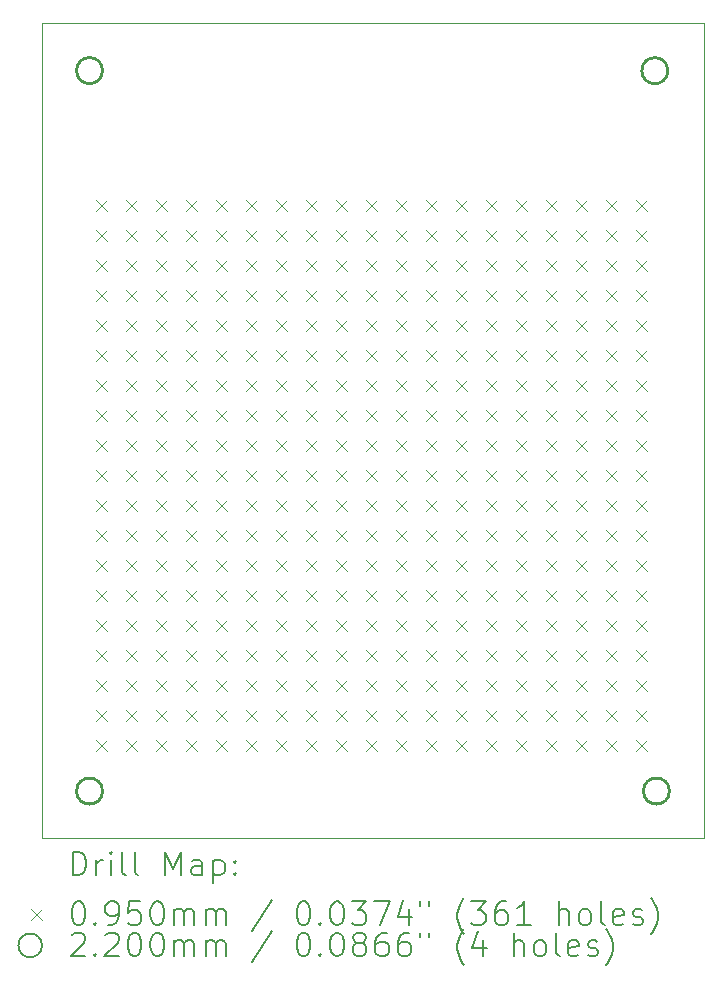
<source format=gbr>
%TF.GenerationSoftware,KiCad,Pcbnew,8.0.2*%
%TF.CreationDate,2024-08-26T09:43:16-06:00*%
%TF.ProjectId,Perfboard_0.25,50657266-626f-4617-9264-5f302e32352e,rev?*%
%TF.SameCoordinates,Original*%
%TF.FileFunction,Drillmap*%
%TF.FilePolarity,Positive*%
%FSLAX45Y45*%
G04 Gerber Fmt 4.5, Leading zero omitted, Abs format (unit mm)*
G04 Created by KiCad (PCBNEW 8.0.2) date 2024-08-26 09:43:16*
%MOMM*%
%LPD*%
G01*
G04 APERTURE LIST*
%ADD10C,0.050000*%
%ADD11C,0.200000*%
%ADD12C,0.100000*%
%ADD13C,0.220000*%
G04 APERTURE END LIST*
D10*
X12200000Y-4300000D02*
X17800000Y-4300000D01*
X17800000Y-4300000D02*
X17800000Y-11200000D01*
X12200000Y-11200000D02*
X12200000Y-4300000D01*
X17800000Y-11200000D02*
X12200000Y-11200000D01*
D11*
D12*
X12652500Y-5794500D02*
X12747500Y-5889500D01*
X12747500Y-5794500D02*
X12652500Y-5889500D01*
X12652500Y-6048500D02*
X12747500Y-6143500D01*
X12747500Y-6048500D02*
X12652500Y-6143500D01*
X12652500Y-6302500D02*
X12747500Y-6397500D01*
X12747500Y-6302500D02*
X12652500Y-6397500D01*
X12652500Y-6556500D02*
X12747500Y-6651500D01*
X12747500Y-6556500D02*
X12652500Y-6651500D01*
X12652500Y-6810500D02*
X12747500Y-6905500D01*
X12747500Y-6810500D02*
X12652500Y-6905500D01*
X12652500Y-7064500D02*
X12747500Y-7159500D01*
X12747500Y-7064500D02*
X12652500Y-7159500D01*
X12652500Y-7318500D02*
X12747500Y-7413500D01*
X12747500Y-7318500D02*
X12652500Y-7413500D01*
X12652500Y-7572500D02*
X12747500Y-7667500D01*
X12747500Y-7572500D02*
X12652500Y-7667500D01*
X12652500Y-7826500D02*
X12747500Y-7921500D01*
X12747500Y-7826500D02*
X12652500Y-7921500D01*
X12652500Y-8080500D02*
X12747500Y-8175500D01*
X12747500Y-8080500D02*
X12652500Y-8175500D01*
X12652500Y-8334500D02*
X12747500Y-8429500D01*
X12747500Y-8334500D02*
X12652500Y-8429500D01*
X12652500Y-8588500D02*
X12747500Y-8683500D01*
X12747500Y-8588500D02*
X12652500Y-8683500D01*
X12652500Y-8842500D02*
X12747500Y-8937500D01*
X12747500Y-8842500D02*
X12652500Y-8937500D01*
X12652500Y-9096500D02*
X12747500Y-9191500D01*
X12747500Y-9096500D02*
X12652500Y-9191500D01*
X12652500Y-9350500D02*
X12747500Y-9445500D01*
X12747500Y-9350500D02*
X12652500Y-9445500D01*
X12652500Y-9604500D02*
X12747500Y-9699500D01*
X12747500Y-9604500D02*
X12652500Y-9699500D01*
X12652500Y-9858500D02*
X12747500Y-9953500D01*
X12747500Y-9858500D02*
X12652500Y-9953500D01*
X12652500Y-10112500D02*
X12747500Y-10207500D01*
X12747500Y-10112500D02*
X12652500Y-10207500D01*
X12652500Y-10366500D02*
X12747500Y-10461500D01*
X12747500Y-10366500D02*
X12652500Y-10461500D01*
X12906500Y-5794500D02*
X13001500Y-5889500D01*
X13001500Y-5794500D02*
X12906500Y-5889500D01*
X12906500Y-6048500D02*
X13001500Y-6143500D01*
X13001500Y-6048500D02*
X12906500Y-6143500D01*
X12906500Y-6302500D02*
X13001500Y-6397500D01*
X13001500Y-6302500D02*
X12906500Y-6397500D01*
X12906500Y-6556500D02*
X13001500Y-6651500D01*
X13001500Y-6556500D02*
X12906500Y-6651500D01*
X12906500Y-6810500D02*
X13001500Y-6905500D01*
X13001500Y-6810500D02*
X12906500Y-6905500D01*
X12906500Y-7064500D02*
X13001500Y-7159500D01*
X13001500Y-7064500D02*
X12906500Y-7159500D01*
X12906500Y-7318500D02*
X13001500Y-7413500D01*
X13001500Y-7318500D02*
X12906500Y-7413500D01*
X12906500Y-7572500D02*
X13001500Y-7667500D01*
X13001500Y-7572500D02*
X12906500Y-7667500D01*
X12906500Y-7826500D02*
X13001500Y-7921500D01*
X13001500Y-7826500D02*
X12906500Y-7921500D01*
X12906500Y-8080500D02*
X13001500Y-8175500D01*
X13001500Y-8080500D02*
X12906500Y-8175500D01*
X12906500Y-8334500D02*
X13001500Y-8429500D01*
X13001500Y-8334500D02*
X12906500Y-8429500D01*
X12906500Y-8588500D02*
X13001500Y-8683500D01*
X13001500Y-8588500D02*
X12906500Y-8683500D01*
X12906500Y-8842500D02*
X13001500Y-8937500D01*
X13001500Y-8842500D02*
X12906500Y-8937500D01*
X12906500Y-9096500D02*
X13001500Y-9191500D01*
X13001500Y-9096500D02*
X12906500Y-9191500D01*
X12906500Y-9350500D02*
X13001500Y-9445500D01*
X13001500Y-9350500D02*
X12906500Y-9445500D01*
X12906500Y-9604500D02*
X13001500Y-9699500D01*
X13001500Y-9604500D02*
X12906500Y-9699500D01*
X12906500Y-9858500D02*
X13001500Y-9953500D01*
X13001500Y-9858500D02*
X12906500Y-9953500D01*
X12906500Y-10112500D02*
X13001500Y-10207500D01*
X13001500Y-10112500D02*
X12906500Y-10207500D01*
X12906500Y-10366500D02*
X13001500Y-10461500D01*
X13001500Y-10366500D02*
X12906500Y-10461500D01*
X13160500Y-5794500D02*
X13255500Y-5889500D01*
X13255500Y-5794500D02*
X13160500Y-5889500D01*
X13160500Y-6048500D02*
X13255500Y-6143500D01*
X13255500Y-6048500D02*
X13160500Y-6143500D01*
X13160500Y-6302500D02*
X13255500Y-6397500D01*
X13255500Y-6302500D02*
X13160500Y-6397500D01*
X13160500Y-6556500D02*
X13255500Y-6651500D01*
X13255500Y-6556500D02*
X13160500Y-6651500D01*
X13160500Y-6810500D02*
X13255500Y-6905500D01*
X13255500Y-6810500D02*
X13160500Y-6905500D01*
X13160500Y-7064500D02*
X13255500Y-7159500D01*
X13255500Y-7064500D02*
X13160500Y-7159500D01*
X13160500Y-7318500D02*
X13255500Y-7413500D01*
X13255500Y-7318500D02*
X13160500Y-7413500D01*
X13160500Y-7572500D02*
X13255500Y-7667500D01*
X13255500Y-7572500D02*
X13160500Y-7667500D01*
X13160500Y-7826500D02*
X13255500Y-7921500D01*
X13255500Y-7826500D02*
X13160500Y-7921500D01*
X13160500Y-8080500D02*
X13255500Y-8175500D01*
X13255500Y-8080500D02*
X13160500Y-8175500D01*
X13160500Y-8334500D02*
X13255500Y-8429500D01*
X13255500Y-8334500D02*
X13160500Y-8429500D01*
X13160500Y-8588500D02*
X13255500Y-8683500D01*
X13255500Y-8588500D02*
X13160500Y-8683500D01*
X13160500Y-8842500D02*
X13255500Y-8937500D01*
X13255500Y-8842500D02*
X13160500Y-8937500D01*
X13160500Y-9096500D02*
X13255500Y-9191500D01*
X13255500Y-9096500D02*
X13160500Y-9191500D01*
X13160500Y-9350500D02*
X13255500Y-9445500D01*
X13255500Y-9350500D02*
X13160500Y-9445500D01*
X13160500Y-9604500D02*
X13255500Y-9699500D01*
X13255500Y-9604500D02*
X13160500Y-9699500D01*
X13160500Y-9858500D02*
X13255500Y-9953500D01*
X13255500Y-9858500D02*
X13160500Y-9953500D01*
X13160500Y-10112500D02*
X13255500Y-10207500D01*
X13255500Y-10112500D02*
X13160500Y-10207500D01*
X13160500Y-10366500D02*
X13255500Y-10461500D01*
X13255500Y-10366500D02*
X13160500Y-10461500D01*
X13414500Y-5794500D02*
X13509500Y-5889500D01*
X13509500Y-5794500D02*
X13414500Y-5889500D01*
X13414500Y-6048500D02*
X13509500Y-6143500D01*
X13509500Y-6048500D02*
X13414500Y-6143500D01*
X13414500Y-6302500D02*
X13509500Y-6397500D01*
X13509500Y-6302500D02*
X13414500Y-6397500D01*
X13414500Y-6556500D02*
X13509500Y-6651500D01*
X13509500Y-6556500D02*
X13414500Y-6651500D01*
X13414500Y-6810500D02*
X13509500Y-6905500D01*
X13509500Y-6810500D02*
X13414500Y-6905500D01*
X13414500Y-7064500D02*
X13509500Y-7159500D01*
X13509500Y-7064500D02*
X13414500Y-7159500D01*
X13414500Y-7318500D02*
X13509500Y-7413500D01*
X13509500Y-7318500D02*
X13414500Y-7413500D01*
X13414500Y-7572500D02*
X13509500Y-7667500D01*
X13509500Y-7572500D02*
X13414500Y-7667500D01*
X13414500Y-7826500D02*
X13509500Y-7921500D01*
X13509500Y-7826500D02*
X13414500Y-7921500D01*
X13414500Y-8080500D02*
X13509500Y-8175500D01*
X13509500Y-8080500D02*
X13414500Y-8175500D01*
X13414500Y-8334500D02*
X13509500Y-8429500D01*
X13509500Y-8334500D02*
X13414500Y-8429500D01*
X13414500Y-8588500D02*
X13509500Y-8683500D01*
X13509500Y-8588500D02*
X13414500Y-8683500D01*
X13414500Y-8842500D02*
X13509500Y-8937500D01*
X13509500Y-8842500D02*
X13414500Y-8937500D01*
X13414500Y-9096500D02*
X13509500Y-9191500D01*
X13509500Y-9096500D02*
X13414500Y-9191500D01*
X13414500Y-9350500D02*
X13509500Y-9445500D01*
X13509500Y-9350500D02*
X13414500Y-9445500D01*
X13414500Y-9604500D02*
X13509500Y-9699500D01*
X13509500Y-9604500D02*
X13414500Y-9699500D01*
X13414500Y-9858500D02*
X13509500Y-9953500D01*
X13509500Y-9858500D02*
X13414500Y-9953500D01*
X13414500Y-10112500D02*
X13509500Y-10207500D01*
X13509500Y-10112500D02*
X13414500Y-10207500D01*
X13414500Y-10366500D02*
X13509500Y-10461500D01*
X13509500Y-10366500D02*
X13414500Y-10461500D01*
X13668500Y-5794500D02*
X13763500Y-5889500D01*
X13763500Y-5794500D02*
X13668500Y-5889500D01*
X13668500Y-6048500D02*
X13763500Y-6143500D01*
X13763500Y-6048500D02*
X13668500Y-6143500D01*
X13668500Y-6302500D02*
X13763500Y-6397500D01*
X13763500Y-6302500D02*
X13668500Y-6397500D01*
X13668500Y-6556500D02*
X13763500Y-6651500D01*
X13763500Y-6556500D02*
X13668500Y-6651500D01*
X13668500Y-6810500D02*
X13763500Y-6905500D01*
X13763500Y-6810500D02*
X13668500Y-6905500D01*
X13668500Y-7064500D02*
X13763500Y-7159500D01*
X13763500Y-7064500D02*
X13668500Y-7159500D01*
X13668500Y-7318500D02*
X13763500Y-7413500D01*
X13763500Y-7318500D02*
X13668500Y-7413500D01*
X13668500Y-7572500D02*
X13763500Y-7667500D01*
X13763500Y-7572500D02*
X13668500Y-7667500D01*
X13668500Y-7826500D02*
X13763500Y-7921500D01*
X13763500Y-7826500D02*
X13668500Y-7921500D01*
X13668500Y-8080500D02*
X13763500Y-8175500D01*
X13763500Y-8080500D02*
X13668500Y-8175500D01*
X13668500Y-8334500D02*
X13763500Y-8429500D01*
X13763500Y-8334500D02*
X13668500Y-8429500D01*
X13668500Y-8588500D02*
X13763500Y-8683500D01*
X13763500Y-8588500D02*
X13668500Y-8683500D01*
X13668500Y-8842500D02*
X13763500Y-8937500D01*
X13763500Y-8842500D02*
X13668500Y-8937500D01*
X13668500Y-9096500D02*
X13763500Y-9191500D01*
X13763500Y-9096500D02*
X13668500Y-9191500D01*
X13668500Y-9350500D02*
X13763500Y-9445500D01*
X13763500Y-9350500D02*
X13668500Y-9445500D01*
X13668500Y-9604500D02*
X13763500Y-9699500D01*
X13763500Y-9604500D02*
X13668500Y-9699500D01*
X13668500Y-9858500D02*
X13763500Y-9953500D01*
X13763500Y-9858500D02*
X13668500Y-9953500D01*
X13668500Y-10112500D02*
X13763500Y-10207500D01*
X13763500Y-10112500D02*
X13668500Y-10207500D01*
X13668500Y-10366500D02*
X13763500Y-10461500D01*
X13763500Y-10366500D02*
X13668500Y-10461500D01*
X13922500Y-5794500D02*
X14017500Y-5889500D01*
X14017500Y-5794500D02*
X13922500Y-5889500D01*
X13922500Y-6048500D02*
X14017500Y-6143500D01*
X14017500Y-6048500D02*
X13922500Y-6143500D01*
X13922500Y-6302500D02*
X14017500Y-6397500D01*
X14017500Y-6302500D02*
X13922500Y-6397500D01*
X13922500Y-6556500D02*
X14017500Y-6651500D01*
X14017500Y-6556500D02*
X13922500Y-6651500D01*
X13922500Y-6810500D02*
X14017500Y-6905500D01*
X14017500Y-6810500D02*
X13922500Y-6905500D01*
X13922500Y-7064500D02*
X14017500Y-7159500D01*
X14017500Y-7064500D02*
X13922500Y-7159500D01*
X13922500Y-7318500D02*
X14017500Y-7413500D01*
X14017500Y-7318500D02*
X13922500Y-7413500D01*
X13922500Y-7572500D02*
X14017500Y-7667500D01*
X14017500Y-7572500D02*
X13922500Y-7667500D01*
X13922500Y-7826500D02*
X14017500Y-7921500D01*
X14017500Y-7826500D02*
X13922500Y-7921500D01*
X13922500Y-8080500D02*
X14017500Y-8175500D01*
X14017500Y-8080500D02*
X13922500Y-8175500D01*
X13922500Y-8334500D02*
X14017500Y-8429500D01*
X14017500Y-8334500D02*
X13922500Y-8429500D01*
X13922500Y-8588500D02*
X14017500Y-8683500D01*
X14017500Y-8588500D02*
X13922500Y-8683500D01*
X13922500Y-8842500D02*
X14017500Y-8937500D01*
X14017500Y-8842500D02*
X13922500Y-8937500D01*
X13922500Y-9096500D02*
X14017500Y-9191500D01*
X14017500Y-9096500D02*
X13922500Y-9191500D01*
X13922500Y-9350500D02*
X14017500Y-9445500D01*
X14017500Y-9350500D02*
X13922500Y-9445500D01*
X13922500Y-9604500D02*
X14017500Y-9699500D01*
X14017500Y-9604500D02*
X13922500Y-9699500D01*
X13922500Y-9858500D02*
X14017500Y-9953500D01*
X14017500Y-9858500D02*
X13922500Y-9953500D01*
X13922500Y-10112500D02*
X14017500Y-10207500D01*
X14017500Y-10112500D02*
X13922500Y-10207500D01*
X13922500Y-10366500D02*
X14017500Y-10461500D01*
X14017500Y-10366500D02*
X13922500Y-10461500D01*
X14176500Y-5794500D02*
X14271500Y-5889500D01*
X14271500Y-5794500D02*
X14176500Y-5889500D01*
X14176500Y-6048500D02*
X14271500Y-6143500D01*
X14271500Y-6048500D02*
X14176500Y-6143500D01*
X14176500Y-6302500D02*
X14271500Y-6397500D01*
X14271500Y-6302500D02*
X14176500Y-6397500D01*
X14176500Y-6556500D02*
X14271500Y-6651500D01*
X14271500Y-6556500D02*
X14176500Y-6651500D01*
X14176500Y-6810500D02*
X14271500Y-6905500D01*
X14271500Y-6810500D02*
X14176500Y-6905500D01*
X14176500Y-7064500D02*
X14271500Y-7159500D01*
X14271500Y-7064500D02*
X14176500Y-7159500D01*
X14176500Y-7318500D02*
X14271500Y-7413500D01*
X14271500Y-7318500D02*
X14176500Y-7413500D01*
X14176500Y-7572500D02*
X14271500Y-7667500D01*
X14271500Y-7572500D02*
X14176500Y-7667500D01*
X14176500Y-7826500D02*
X14271500Y-7921500D01*
X14271500Y-7826500D02*
X14176500Y-7921500D01*
X14176500Y-8080500D02*
X14271500Y-8175500D01*
X14271500Y-8080500D02*
X14176500Y-8175500D01*
X14176500Y-8334500D02*
X14271500Y-8429500D01*
X14271500Y-8334500D02*
X14176500Y-8429500D01*
X14176500Y-8588500D02*
X14271500Y-8683500D01*
X14271500Y-8588500D02*
X14176500Y-8683500D01*
X14176500Y-8842500D02*
X14271500Y-8937500D01*
X14271500Y-8842500D02*
X14176500Y-8937500D01*
X14176500Y-9096500D02*
X14271500Y-9191500D01*
X14271500Y-9096500D02*
X14176500Y-9191500D01*
X14176500Y-9350500D02*
X14271500Y-9445500D01*
X14271500Y-9350500D02*
X14176500Y-9445500D01*
X14176500Y-9604500D02*
X14271500Y-9699500D01*
X14271500Y-9604500D02*
X14176500Y-9699500D01*
X14176500Y-9858500D02*
X14271500Y-9953500D01*
X14271500Y-9858500D02*
X14176500Y-9953500D01*
X14176500Y-10112500D02*
X14271500Y-10207500D01*
X14271500Y-10112500D02*
X14176500Y-10207500D01*
X14176500Y-10366500D02*
X14271500Y-10461500D01*
X14271500Y-10366500D02*
X14176500Y-10461500D01*
X14430500Y-5794500D02*
X14525500Y-5889500D01*
X14525500Y-5794500D02*
X14430500Y-5889500D01*
X14430500Y-6048500D02*
X14525500Y-6143500D01*
X14525500Y-6048500D02*
X14430500Y-6143500D01*
X14430500Y-6302500D02*
X14525500Y-6397500D01*
X14525500Y-6302500D02*
X14430500Y-6397500D01*
X14430500Y-6556500D02*
X14525500Y-6651500D01*
X14525500Y-6556500D02*
X14430500Y-6651500D01*
X14430500Y-6810500D02*
X14525500Y-6905500D01*
X14525500Y-6810500D02*
X14430500Y-6905500D01*
X14430500Y-7064500D02*
X14525500Y-7159500D01*
X14525500Y-7064500D02*
X14430500Y-7159500D01*
X14430500Y-7318500D02*
X14525500Y-7413500D01*
X14525500Y-7318500D02*
X14430500Y-7413500D01*
X14430500Y-7572500D02*
X14525500Y-7667500D01*
X14525500Y-7572500D02*
X14430500Y-7667500D01*
X14430500Y-7826500D02*
X14525500Y-7921500D01*
X14525500Y-7826500D02*
X14430500Y-7921500D01*
X14430500Y-8080500D02*
X14525500Y-8175500D01*
X14525500Y-8080500D02*
X14430500Y-8175500D01*
X14430500Y-8334500D02*
X14525500Y-8429500D01*
X14525500Y-8334500D02*
X14430500Y-8429500D01*
X14430500Y-8588500D02*
X14525500Y-8683500D01*
X14525500Y-8588500D02*
X14430500Y-8683500D01*
X14430500Y-8842500D02*
X14525500Y-8937500D01*
X14525500Y-8842500D02*
X14430500Y-8937500D01*
X14430500Y-9096500D02*
X14525500Y-9191500D01*
X14525500Y-9096500D02*
X14430500Y-9191500D01*
X14430500Y-9350500D02*
X14525500Y-9445500D01*
X14525500Y-9350500D02*
X14430500Y-9445500D01*
X14430500Y-9604500D02*
X14525500Y-9699500D01*
X14525500Y-9604500D02*
X14430500Y-9699500D01*
X14430500Y-9858500D02*
X14525500Y-9953500D01*
X14525500Y-9858500D02*
X14430500Y-9953500D01*
X14430500Y-10112500D02*
X14525500Y-10207500D01*
X14525500Y-10112500D02*
X14430500Y-10207500D01*
X14430500Y-10366500D02*
X14525500Y-10461500D01*
X14525500Y-10366500D02*
X14430500Y-10461500D01*
X14684500Y-5794500D02*
X14779500Y-5889500D01*
X14779500Y-5794500D02*
X14684500Y-5889500D01*
X14684500Y-6048500D02*
X14779500Y-6143500D01*
X14779500Y-6048500D02*
X14684500Y-6143500D01*
X14684500Y-6302500D02*
X14779500Y-6397500D01*
X14779500Y-6302500D02*
X14684500Y-6397500D01*
X14684500Y-6556500D02*
X14779500Y-6651500D01*
X14779500Y-6556500D02*
X14684500Y-6651500D01*
X14684500Y-6810500D02*
X14779500Y-6905500D01*
X14779500Y-6810500D02*
X14684500Y-6905500D01*
X14684500Y-7064500D02*
X14779500Y-7159500D01*
X14779500Y-7064500D02*
X14684500Y-7159500D01*
X14684500Y-7318500D02*
X14779500Y-7413500D01*
X14779500Y-7318500D02*
X14684500Y-7413500D01*
X14684500Y-7572500D02*
X14779500Y-7667500D01*
X14779500Y-7572500D02*
X14684500Y-7667500D01*
X14684500Y-7826500D02*
X14779500Y-7921500D01*
X14779500Y-7826500D02*
X14684500Y-7921500D01*
X14684500Y-8080500D02*
X14779500Y-8175500D01*
X14779500Y-8080500D02*
X14684500Y-8175500D01*
X14684500Y-8334500D02*
X14779500Y-8429500D01*
X14779500Y-8334500D02*
X14684500Y-8429500D01*
X14684500Y-8588500D02*
X14779500Y-8683500D01*
X14779500Y-8588500D02*
X14684500Y-8683500D01*
X14684500Y-8842500D02*
X14779500Y-8937500D01*
X14779500Y-8842500D02*
X14684500Y-8937500D01*
X14684500Y-9096500D02*
X14779500Y-9191500D01*
X14779500Y-9096500D02*
X14684500Y-9191500D01*
X14684500Y-9350500D02*
X14779500Y-9445500D01*
X14779500Y-9350500D02*
X14684500Y-9445500D01*
X14684500Y-9604500D02*
X14779500Y-9699500D01*
X14779500Y-9604500D02*
X14684500Y-9699500D01*
X14684500Y-9858500D02*
X14779500Y-9953500D01*
X14779500Y-9858500D02*
X14684500Y-9953500D01*
X14684500Y-10112500D02*
X14779500Y-10207500D01*
X14779500Y-10112500D02*
X14684500Y-10207500D01*
X14684500Y-10366500D02*
X14779500Y-10461500D01*
X14779500Y-10366500D02*
X14684500Y-10461500D01*
X14938500Y-5794500D02*
X15033500Y-5889500D01*
X15033500Y-5794500D02*
X14938500Y-5889500D01*
X14938500Y-6048500D02*
X15033500Y-6143500D01*
X15033500Y-6048500D02*
X14938500Y-6143500D01*
X14938500Y-6302500D02*
X15033500Y-6397500D01*
X15033500Y-6302500D02*
X14938500Y-6397500D01*
X14938500Y-6556500D02*
X15033500Y-6651500D01*
X15033500Y-6556500D02*
X14938500Y-6651500D01*
X14938500Y-6810500D02*
X15033500Y-6905500D01*
X15033500Y-6810500D02*
X14938500Y-6905500D01*
X14938500Y-7064500D02*
X15033500Y-7159500D01*
X15033500Y-7064500D02*
X14938500Y-7159500D01*
X14938500Y-7318500D02*
X15033500Y-7413500D01*
X15033500Y-7318500D02*
X14938500Y-7413500D01*
X14938500Y-7572500D02*
X15033500Y-7667500D01*
X15033500Y-7572500D02*
X14938500Y-7667500D01*
X14938500Y-7826500D02*
X15033500Y-7921500D01*
X15033500Y-7826500D02*
X14938500Y-7921500D01*
X14938500Y-8080500D02*
X15033500Y-8175500D01*
X15033500Y-8080500D02*
X14938500Y-8175500D01*
X14938500Y-8334500D02*
X15033500Y-8429500D01*
X15033500Y-8334500D02*
X14938500Y-8429500D01*
X14938500Y-8588500D02*
X15033500Y-8683500D01*
X15033500Y-8588500D02*
X14938500Y-8683500D01*
X14938500Y-8842500D02*
X15033500Y-8937500D01*
X15033500Y-8842500D02*
X14938500Y-8937500D01*
X14938500Y-9096500D02*
X15033500Y-9191500D01*
X15033500Y-9096500D02*
X14938500Y-9191500D01*
X14938500Y-9350500D02*
X15033500Y-9445500D01*
X15033500Y-9350500D02*
X14938500Y-9445500D01*
X14938500Y-9604500D02*
X15033500Y-9699500D01*
X15033500Y-9604500D02*
X14938500Y-9699500D01*
X14938500Y-9858500D02*
X15033500Y-9953500D01*
X15033500Y-9858500D02*
X14938500Y-9953500D01*
X14938500Y-10112500D02*
X15033500Y-10207500D01*
X15033500Y-10112500D02*
X14938500Y-10207500D01*
X14938500Y-10366500D02*
X15033500Y-10461500D01*
X15033500Y-10366500D02*
X14938500Y-10461500D01*
X15192500Y-5794500D02*
X15287500Y-5889500D01*
X15287500Y-5794500D02*
X15192500Y-5889500D01*
X15192500Y-6048500D02*
X15287500Y-6143500D01*
X15287500Y-6048500D02*
X15192500Y-6143500D01*
X15192500Y-6302500D02*
X15287500Y-6397500D01*
X15287500Y-6302500D02*
X15192500Y-6397500D01*
X15192500Y-6556500D02*
X15287500Y-6651500D01*
X15287500Y-6556500D02*
X15192500Y-6651500D01*
X15192500Y-6810500D02*
X15287500Y-6905500D01*
X15287500Y-6810500D02*
X15192500Y-6905500D01*
X15192500Y-7064500D02*
X15287500Y-7159500D01*
X15287500Y-7064500D02*
X15192500Y-7159500D01*
X15192500Y-7318500D02*
X15287500Y-7413500D01*
X15287500Y-7318500D02*
X15192500Y-7413500D01*
X15192500Y-7572500D02*
X15287500Y-7667500D01*
X15287500Y-7572500D02*
X15192500Y-7667500D01*
X15192500Y-7826500D02*
X15287500Y-7921500D01*
X15287500Y-7826500D02*
X15192500Y-7921500D01*
X15192500Y-8080500D02*
X15287500Y-8175500D01*
X15287500Y-8080500D02*
X15192500Y-8175500D01*
X15192500Y-8334500D02*
X15287500Y-8429500D01*
X15287500Y-8334500D02*
X15192500Y-8429500D01*
X15192500Y-8588500D02*
X15287500Y-8683500D01*
X15287500Y-8588500D02*
X15192500Y-8683500D01*
X15192500Y-8842500D02*
X15287500Y-8937500D01*
X15287500Y-8842500D02*
X15192500Y-8937500D01*
X15192500Y-9096500D02*
X15287500Y-9191500D01*
X15287500Y-9096500D02*
X15192500Y-9191500D01*
X15192500Y-9350500D02*
X15287500Y-9445500D01*
X15287500Y-9350500D02*
X15192500Y-9445500D01*
X15192500Y-9604500D02*
X15287500Y-9699500D01*
X15287500Y-9604500D02*
X15192500Y-9699500D01*
X15192500Y-9858500D02*
X15287500Y-9953500D01*
X15287500Y-9858500D02*
X15192500Y-9953500D01*
X15192500Y-10112500D02*
X15287500Y-10207500D01*
X15287500Y-10112500D02*
X15192500Y-10207500D01*
X15192500Y-10366500D02*
X15287500Y-10461500D01*
X15287500Y-10366500D02*
X15192500Y-10461500D01*
X15446500Y-5794500D02*
X15541500Y-5889500D01*
X15541500Y-5794500D02*
X15446500Y-5889500D01*
X15446500Y-6048500D02*
X15541500Y-6143500D01*
X15541500Y-6048500D02*
X15446500Y-6143500D01*
X15446500Y-6302500D02*
X15541500Y-6397500D01*
X15541500Y-6302500D02*
X15446500Y-6397500D01*
X15446500Y-6556500D02*
X15541500Y-6651500D01*
X15541500Y-6556500D02*
X15446500Y-6651500D01*
X15446500Y-6810500D02*
X15541500Y-6905500D01*
X15541500Y-6810500D02*
X15446500Y-6905500D01*
X15446500Y-7064500D02*
X15541500Y-7159500D01*
X15541500Y-7064500D02*
X15446500Y-7159500D01*
X15446500Y-7318500D02*
X15541500Y-7413500D01*
X15541500Y-7318500D02*
X15446500Y-7413500D01*
X15446500Y-7572500D02*
X15541500Y-7667500D01*
X15541500Y-7572500D02*
X15446500Y-7667500D01*
X15446500Y-7826500D02*
X15541500Y-7921500D01*
X15541500Y-7826500D02*
X15446500Y-7921500D01*
X15446500Y-8080500D02*
X15541500Y-8175500D01*
X15541500Y-8080500D02*
X15446500Y-8175500D01*
X15446500Y-8334500D02*
X15541500Y-8429500D01*
X15541500Y-8334500D02*
X15446500Y-8429500D01*
X15446500Y-8588500D02*
X15541500Y-8683500D01*
X15541500Y-8588500D02*
X15446500Y-8683500D01*
X15446500Y-8842500D02*
X15541500Y-8937500D01*
X15541500Y-8842500D02*
X15446500Y-8937500D01*
X15446500Y-9096500D02*
X15541500Y-9191500D01*
X15541500Y-9096500D02*
X15446500Y-9191500D01*
X15446500Y-9350500D02*
X15541500Y-9445500D01*
X15541500Y-9350500D02*
X15446500Y-9445500D01*
X15446500Y-9604500D02*
X15541500Y-9699500D01*
X15541500Y-9604500D02*
X15446500Y-9699500D01*
X15446500Y-9858500D02*
X15541500Y-9953500D01*
X15541500Y-9858500D02*
X15446500Y-9953500D01*
X15446500Y-10112500D02*
X15541500Y-10207500D01*
X15541500Y-10112500D02*
X15446500Y-10207500D01*
X15446500Y-10366500D02*
X15541500Y-10461500D01*
X15541500Y-10366500D02*
X15446500Y-10461500D01*
X15700500Y-5794500D02*
X15795500Y-5889500D01*
X15795500Y-5794500D02*
X15700500Y-5889500D01*
X15700500Y-6048500D02*
X15795500Y-6143500D01*
X15795500Y-6048500D02*
X15700500Y-6143500D01*
X15700500Y-6302500D02*
X15795500Y-6397500D01*
X15795500Y-6302500D02*
X15700500Y-6397500D01*
X15700500Y-6556500D02*
X15795500Y-6651500D01*
X15795500Y-6556500D02*
X15700500Y-6651500D01*
X15700500Y-6810500D02*
X15795500Y-6905500D01*
X15795500Y-6810500D02*
X15700500Y-6905500D01*
X15700500Y-7064500D02*
X15795500Y-7159500D01*
X15795500Y-7064500D02*
X15700500Y-7159500D01*
X15700500Y-7318500D02*
X15795500Y-7413500D01*
X15795500Y-7318500D02*
X15700500Y-7413500D01*
X15700500Y-7572500D02*
X15795500Y-7667500D01*
X15795500Y-7572500D02*
X15700500Y-7667500D01*
X15700500Y-7826500D02*
X15795500Y-7921500D01*
X15795500Y-7826500D02*
X15700500Y-7921500D01*
X15700500Y-8080500D02*
X15795500Y-8175500D01*
X15795500Y-8080500D02*
X15700500Y-8175500D01*
X15700500Y-8334500D02*
X15795500Y-8429500D01*
X15795500Y-8334500D02*
X15700500Y-8429500D01*
X15700500Y-8588500D02*
X15795500Y-8683500D01*
X15795500Y-8588500D02*
X15700500Y-8683500D01*
X15700500Y-8842500D02*
X15795500Y-8937500D01*
X15795500Y-8842500D02*
X15700500Y-8937500D01*
X15700500Y-9096500D02*
X15795500Y-9191500D01*
X15795500Y-9096500D02*
X15700500Y-9191500D01*
X15700500Y-9350500D02*
X15795500Y-9445500D01*
X15795500Y-9350500D02*
X15700500Y-9445500D01*
X15700500Y-9604500D02*
X15795500Y-9699500D01*
X15795500Y-9604500D02*
X15700500Y-9699500D01*
X15700500Y-9858500D02*
X15795500Y-9953500D01*
X15795500Y-9858500D02*
X15700500Y-9953500D01*
X15700500Y-10112500D02*
X15795500Y-10207500D01*
X15795500Y-10112500D02*
X15700500Y-10207500D01*
X15700500Y-10366500D02*
X15795500Y-10461500D01*
X15795500Y-10366500D02*
X15700500Y-10461500D01*
X15954500Y-5794500D02*
X16049500Y-5889500D01*
X16049500Y-5794500D02*
X15954500Y-5889500D01*
X15954500Y-6048500D02*
X16049500Y-6143500D01*
X16049500Y-6048500D02*
X15954500Y-6143500D01*
X15954500Y-6302500D02*
X16049500Y-6397500D01*
X16049500Y-6302500D02*
X15954500Y-6397500D01*
X15954500Y-6556500D02*
X16049500Y-6651500D01*
X16049500Y-6556500D02*
X15954500Y-6651500D01*
X15954500Y-6810500D02*
X16049500Y-6905500D01*
X16049500Y-6810500D02*
X15954500Y-6905500D01*
X15954500Y-7064500D02*
X16049500Y-7159500D01*
X16049500Y-7064500D02*
X15954500Y-7159500D01*
X15954500Y-7318500D02*
X16049500Y-7413500D01*
X16049500Y-7318500D02*
X15954500Y-7413500D01*
X15954500Y-7572500D02*
X16049500Y-7667500D01*
X16049500Y-7572500D02*
X15954500Y-7667500D01*
X15954500Y-7826500D02*
X16049500Y-7921500D01*
X16049500Y-7826500D02*
X15954500Y-7921500D01*
X15954500Y-8080500D02*
X16049500Y-8175500D01*
X16049500Y-8080500D02*
X15954500Y-8175500D01*
X15954500Y-8334500D02*
X16049500Y-8429500D01*
X16049500Y-8334500D02*
X15954500Y-8429500D01*
X15954500Y-8588500D02*
X16049500Y-8683500D01*
X16049500Y-8588500D02*
X15954500Y-8683500D01*
X15954500Y-8842500D02*
X16049500Y-8937500D01*
X16049500Y-8842500D02*
X15954500Y-8937500D01*
X15954500Y-9096500D02*
X16049500Y-9191500D01*
X16049500Y-9096500D02*
X15954500Y-9191500D01*
X15954500Y-9350500D02*
X16049500Y-9445500D01*
X16049500Y-9350500D02*
X15954500Y-9445500D01*
X15954500Y-9604500D02*
X16049500Y-9699500D01*
X16049500Y-9604500D02*
X15954500Y-9699500D01*
X15954500Y-9858500D02*
X16049500Y-9953500D01*
X16049500Y-9858500D02*
X15954500Y-9953500D01*
X15954500Y-10112500D02*
X16049500Y-10207500D01*
X16049500Y-10112500D02*
X15954500Y-10207500D01*
X15954500Y-10366500D02*
X16049500Y-10461500D01*
X16049500Y-10366500D02*
X15954500Y-10461500D01*
X16208500Y-5794500D02*
X16303500Y-5889500D01*
X16303500Y-5794500D02*
X16208500Y-5889500D01*
X16208500Y-6048500D02*
X16303500Y-6143500D01*
X16303500Y-6048500D02*
X16208500Y-6143500D01*
X16208500Y-6302500D02*
X16303500Y-6397500D01*
X16303500Y-6302500D02*
X16208500Y-6397500D01*
X16208500Y-6556500D02*
X16303500Y-6651500D01*
X16303500Y-6556500D02*
X16208500Y-6651500D01*
X16208500Y-6810500D02*
X16303500Y-6905500D01*
X16303500Y-6810500D02*
X16208500Y-6905500D01*
X16208500Y-7064500D02*
X16303500Y-7159500D01*
X16303500Y-7064500D02*
X16208500Y-7159500D01*
X16208500Y-7318500D02*
X16303500Y-7413500D01*
X16303500Y-7318500D02*
X16208500Y-7413500D01*
X16208500Y-7572500D02*
X16303500Y-7667500D01*
X16303500Y-7572500D02*
X16208500Y-7667500D01*
X16208500Y-7826500D02*
X16303500Y-7921500D01*
X16303500Y-7826500D02*
X16208500Y-7921500D01*
X16208500Y-8080500D02*
X16303500Y-8175500D01*
X16303500Y-8080500D02*
X16208500Y-8175500D01*
X16208500Y-8334500D02*
X16303500Y-8429500D01*
X16303500Y-8334500D02*
X16208500Y-8429500D01*
X16208500Y-8588500D02*
X16303500Y-8683500D01*
X16303500Y-8588500D02*
X16208500Y-8683500D01*
X16208500Y-8842500D02*
X16303500Y-8937500D01*
X16303500Y-8842500D02*
X16208500Y-8937500D01*
X16208500Y-9096500D02*
X16303500Y-9191500D01*
X16303500Y-9096500D02*
X16208500Y-9191500D01*
X16208500Y-9350500D02*
X16303500Y-9445500D01*
X16303500Y-9350500D02*
X16208500Y-9445500D01*
X16208500Y-9604500D02*
X16303500Y-9699500D01*
X16303500Y-9604500D02*
X16208500Y-9699500D01*
X16208500Y-9858500D02*
X16303500Y-9953500D01*
X16303500Y-9858500D02*
X16208500Y-9953500D01*
X16208500Y-10112500D02*
X16303500Y-10207500D01*
X16303500Y-10112500D02*
X16208500Y-10207500D01*
X16208500Y-10366500D02*
X16303500Y-10461500D01*
X16303500Y-10366500D02*
X16208500Y-10461500D01*
X16462500Y-5794500D02*
X16557500Y-5889500D01*
X16557500Y-5794500D02*
X16462500Y-5889500D01*
X16462500Y-6048500D02*
X16557500Y-6143500D01*
X16557500Y-6048500D02*
X16462500Y-6143500D01*
X16462500Y-6302500D02*
X16557500Y-6397500D01*
X16557500Y-6302500D02*
X16462500Y-6397500D01*
X16462500Y-6556500D02*
X16557500Y-6651500D01*
X16557500Y-6556500D02*
X16462500Y-6651500D01*
X16462500Y-6810500D02*
X16557500Y-6905500D01*
X16557500Y-6810500D02*
X16462500Y-6905500D01*
X16462500Y-7064500D02*
X16557500Y-7159500D01*
X16557500Y-7064500D02*
X16462500Y-7159500D01*
X16462500Y-7318500D02*
X16557500Y-7413500D01*
X16557500Y-7318500D02*
X16462500Y-7413500D01*
X16462500Y-7572500D02*
X16557500Y-7667500D01*
X16557500Y-7572500D02*
X16462500Y-7667500D01*
X16462500Y-7826500D02*
X16557500Y-7921500D01*
X16557500Y-7826500D02*
X16462500Y-7921500D01*
X16462500Y-8080500D02*
X16557500Y-8175500D01*
X16557500Y-8080500D02*
X16462500Y-8175500D01*
X16462500Y-8334500D02*
X16557500Y-8429500D01*
X16557500Y-8334500D02*
X16462500Y-8429500D01*
X16462500Y-8588500D02*
X16557500Y-8683500D01*
X16557500Y-8588500D02*
X16462500Y-8683500D01*
X16462500Y-8842500D02*
X16557500Y-8937500D01*
X16557500Y-8842500D02*
X16462500Y-8937500D01*
X16462500Y-9096500D02*
X16557500Y-9191500D01*
X16557500Y-9096500D02*
X16462500Y-9191500D01*
X16462500Y-9350500D02*
X16557500Y-9445500D01*
X16557500Y-9350500D02*
X16462500Y-9445500D01*
X16462500Y-9604500D02*
X16557500Y-9699500D01*
X16557500Y-9604500D02*
X16462500Y-9699500D01*
X16462500Y-9858500D02*
X16557500Y-9953500D01*
X16557500Y-9858500D02*
X16462500Y-9953500D01*
X16462500Y-10112500D02*
X16557500Y-10207500D01*
X16557500Y-10112500D02*
X16462500Y-10207500D01*
X16462500Y-10366500D02*
X16557500Y-10461500D01*
X16557500Y-10366500D02*
X16462500Y-10461500D01*
X16716500Y-5794500D02*
X16811500Y-5889500D01*
X16811500Y-5794500D02*
X16716500Y-5889500D01*
X16716500Y-6048500D02*
X16811500Y-6143500D01*
X16811500Y-6048500D02*
X16716500Y-6143500D01*
X16716500Y-6302500D02*
X16811500Y-6397500D01*
X16811500Y-6302500D02*
X16716500Y-6397500D01*
X16716500Y-6556500D02*
X16811500Y-6651500D01*
X16811500Y-6556500D02*
X16716500Y-6651500D01*
X16716500Y-6810500D02*
X16811500Y-6905500D01*
X16811500Y-6810500D02*
X16716500Y-6905500D01*
X16716500Y-7064500D02*
X16811500Y-7159500D01*
X16811500Y-7064500D02*
X16716500Y-7159500D01*
X16716500Y-7318500D02*
X16811500Y-7413500D01*
X16811500Y-7318500D02*
X16716500Y-7413500D01*
X16716500Y-7572500D02*
X16811500Y-7667500D01*
X16811500Y-7572500D02*
X16716500Y-7667500D01*
X16716500Y-7826500D02*
X16811500Y-7921500D01*
X16811500Y-7826500D02*
X16716500Y-7921500D01*
X16716500Y-8080500D02*
X16811500Y-8175500D01*
X16811500Y-8080500D02*
X16716500Y-8175500D01*
X16716500Y-8334500D02*
X16811500Y-8429500D01*
X16811500Y-8334500D02*
X16716500Y-8429500D01*
X16716500Y-8588500D02*
X16811500Y-8683500D01*
X16811500Y-8588500D02*
X16716500Y-8683500D01*
X16716500Y-8842500D02*
X16811500Y-8937500D01*
X16811500Y-8842500D02*
X16716500Y-8937500D01*
X16716500Y-9096500D02*
X16811500Y-9191500D01*
X16811500Y-9096500D02*
X16716500Y-9191500D01*
X16716500Y-9350500D02*
X16811500Y-9445500D01*
X16811500Y-9350500D02*
X16716500Y-9445500D01*
X16716500Y-9604500D02*
X16811500Y-9699500D01*
X16811500Y-9604500D02*
X16716500Y-9699500D01*
X16716500Y-9858500D02*
X16811500Y-9953500D01*
X16811500Y-9858500D02*
X16716500Y-9953500D01*
X16716500Y-10112500D02*
X16811500Y-10207500D01*
X16811500Y-10112500D02*
X16716500Y-10207500D01*
X16716500Y-10366500D02*
X16811500Y-10461500D01*
X16811500Y-10366500D02*
X16716500Y-10461500D01*
X16970500Y-5794500D02*
X17065500Y-5889500D01*
X17065500Y-5794500D02*
X16970500Y-5889500D01*
X16970500Y-6048500D02*
X17065500Y-6143500D01*
X17065500Y-6048500D02*
X16970500Y-6143500D01*
X16970500Y-6302500D02*
X17065500Y-6397500D01*
X17065500Y-6302500D02*
X16970500Y-6397500D01*
X16970500Y-6556500D02*
X17065500Y-6651500D01*
X17065500Y-6556500D02*
X16970500Y-6651500D01*
X16970500Y-6810500D02*
X17065500Y-6905500D01*
X17065500Y-6810500D02*
X16970500Y-6905500D01*
X16970500Y-7064500D02*
X17065500Y-7159500D01*
X17065500Y-7064500D02*
X16970500Y-7159500D01*
X16970500Y-7318500D02*
X17065500Y-7413500D01*
X17065500Y-7318500D02*
X16970500Y-7413500D01*
X16970500Y-7572500D02*
X17065500Y-7667500D01*
X17065500Y-7572500D02*
X16970500Y-7667500D01*
X16970500Y-7826500D02*
X17065500Y-7921500D01*
X17065500Y-7826500D02*
X16970500Y-7921500D01*
X16970500Y-8080500D02*
X17065500Y-8175500D01*
X17065500Y-8080500D02*
X16970500Y-8175500D01*
X16970500Y-8334500D02*
X17065500Y-8429500D01*
X17065500Y-8334500D02*
X16970500Y-8429500D01*
X16970500Y-8588500D02*
X17065500Y-8683500D01*
X17065500Y-8588500D02*
X16970500Y-8683500D01*
X16970500Y-8842500D02*
X17065500Y-8937500D01*
X17065500Y-8842500D02*
X16970500Y-8937500D01*
X16970500Y-9096500D02*
X17065500Y-9191500D01*
X17065500Y-9096500D02*
X16970500Y-9191500D01*
X16970500Y-9350500D02*
X17065500Y-9445500D01*
X17065500Y-9350500D02*
X16970500Y-9445500D01*
X16970500Y-9604500D02*
X17065500Y-9699500D01*
X17065500Y-9604500D02*
X16970500Y-9699500D01*
X16970500Y-9858500D02*
X17065500Y-9953500D01*
X17065500Y-9858500D02*
X16970500Y-9953500D01*
X16970500Y-10112500D02*
X17065500Y-10207500D01*
X17065500Y-10112500D02*
X16970500Y-10207500D01*
X16970500Y-10366500D02*
X17065500Y-10461500D01*
X17065500Y-10366500D02*
X16970500Y-10461500D01*
X17224500Y-5794500D02*
X17319500Y-5889500D01*
X17319500Y-5794500D02*
X17224500Y-5889500D01*
X17224500Y-6048500D02*
X17319500Y-6143500D01*
X17319500Y-6048500D02*
X17224500Y-6143500D01*
X17224500Y-6302500D02*
X17319500Y-6397500D01*
X17319500Y-6302500D02*
X17224500Y-6397500D01*
X17224500Y-6556500D02*
X17319500Y-6651500D01*
X17319500Y-6556500D02*
X17224500Y-6651500D01*
X17224500Y-6810500D02*
X17319500Y-6905500D01*
X17319500Y-6810500D02*
X17224500Y-6905500D01*
X17224500Y-7064500D02*
X17319500Y-7159500D01*
X17319500Y-7064500D02*
X17224500Y-7159500D01*
X17224500Y-7318500D02*
X17319500Y-7413500D01*
X17319500Y-7318500D02*
X17224500Y-7413500D01*
X17224500Y-7572500D02*
X17319500Y-7667500D01*
X17319500Y-7572500D02*
X17224500Y-7667500D01*
X17224500Y-7826500D02*
X17319500Y-7921500D01*
X17319500Y-7826500D02*
X17224500Y-7921500D01*
X17224500Y-8080500D02*
X17319500Y-8175500D01*
X17319500Y-8080500D02*
X17224500Y-8175500D01*
X17224500Y-8334500D02*
X17319500Y-8429500D01*
X17319500Y-8334500D02*
X17224500Y-8429500D01*
X17224500Y-8588500D02*
X17319500Y-8683500D01*
X17319500Y-8588500D02*
X17224500Y-8683500D01*
X17224500Y-8842500D02*
X17319500Y-8937500D01*
X17319500Y-8842500D02*
X17224500Y-8937500D01*
X17224500Y-9096500D02*
X17319500Y-9191500D01*
X17319500Y-9096500D02*
X17224500Y-9191500D01*
X17224500Y-9350500D02*
X17319500Y-9445500D01*
X17319500Y-9350500D02*
X17224500Y-9445500D01*
X17224500Y-9604500D02*
X17319500Y-9699500D01*
X17319500Y-9604500D02*
X17224500Y-9699500D01*
X17224500Y-9858500D02*
X17319500Y-9953500D01*
X17319500Y-9858500D02*
X17224500Y-9953500D01*
X17224500Y-10112500D02*
X17319500Y-10207500D01*
X17319500Y-10112500D02*
X17224500Y-10207500D01*
X17224500Y-10366500D02*
X17319500Y-10461500D01*
X17319500Y-10366500D02*
X17224500Y-10461500D01*
D13*
X12710000Y-4700000D02*
G75*
G02*
X12490000Y-4700000I-110000J0D01*
G01*
X12490000Y-4700000D02*
G75*
G02*
X12710000Y-4700000I110000J0D01*
G01*
X12710000Y-10800000D02*
G75*
G02*
X12490000Y-10800000I-110000J0D01*
G01*
X12490000Y-10800000D02*
G75*
G02*
X12710000Y-10800000I110000J0D01*
G01*
X17496000Y-4700000D02*
G75*
G02*
X17276000Y-4700000I-110000J0D01*
G01*
X17276000Y-4700000D02*
G75*
G02*
X17496000Y-4700000I110000J0D01*
G01*
X17510000Y-10800000D02*
G75*
G02*
X17290000Y-10800000I-110000J0D01*
G01*
X17290000Y-10800000D02*
G75*
G02*
X17510000Y-10800000I110000J0D01*
G01*
D11*
X12458277Y-11513984D02*
X12458277Y-11313984D01*
X12458277Y-11313984D02*
X12505896Y-11313984D01*
X12505896Y-11313984D02*
X12534467Y-11323508D01*
X12534467Y-11323508D02*
X12553515Y-11342555D01*
X12553515Y-11342555D02*
X12563039Y-11361603D01*
X12563039Y-11361603D02*
X12572562Y-11399698D01*
X12572562Y-11399698D02*
X12572562Y-11428269D01*
X12572562Y-11428269D02*
X12563039Y-11466365D01*
X12563039Y-11466365D02*
X12553515Y-11485412D01*
X12553515Y-11485412D02*
X12534467Y-11504460D01*
X12534467Y-11504460D02*
X12505896Y-11513984D01*
X12505896Y-11513984D02*
X12458277Y-11513984D01*
X12658277Y-11513984D02*
X12658277Y-11380650D01*
X12658277Y-11418746D02*
X12667801Y-11399698D01*
X12667801Y-11399698D02*
X12677324Y-11390174D01*
X12677324Y-11390174D02*
X12696372Y-11380650D01*
X12696372Y-11380650D02*
X12715420Y-11380650D01*
X12782086Y-11513984D02*
X12782086Y-11380650D01*
X12782086Y-11313984D02*
X12772562Y-11323508D01*
X12772562Y-11323508D02*
X12782086Y-11333031D01*
X12782086Y-11333031D02*
X12791610Y-11323508D01*
X12791610Y-11323508D02*
X12782086Y-11313984D01*
X12782086Y-11313984D02*
X12782086Y-11333031D01*
X12905896Y-11513984D02*
X12886848Y-11504460D01*
X12886848Y-11504460D02*
X12877324Y-11485412D01*
X12877324Y-11485412D02*
X12877324Y-11313984D01*
X13010658Y-11513984D02*
X12991610Y-11504460D01*
X12991610Y-11504460D02*
X12982086Y-11485412D01*
X12982086Y-11485412D02*
X12982086Y-11313984D01*
X13239229Y-11513984D02*
X13239229Y-11313984D01*
X13239229Y-11313984D02*
X13305896Y-11456841D01*
X13305896Y-11456841D02*
X13372562Y-11313984D01*
X13372562Y-11313984D02*
X13372562Y-11513984D01*
X13553515Y-11513984D02*
X13553515Y-11409222D01*
X13553515Y-11409222D02*
X13543991Y-11390174D01*
X13543991Y-11390174D02*
X13524943Y-11380650D01*
X13524943Y-11380650D02*
X13486848Y-11380650D01*
X13486848Y-11380650D02*
X13467801Y-11390174D01*
X13553515Y-11504460D02*
X13534467Y-11513984D01*
X13534467Y-11513984D02*
X13486848Y-11513984D01*
X13486848Y-11513984D02*
X13467801Y-11504460D01*
X13467801Y-11504460D02*
X13458277Y-11485412D01*
X13458277Y-11485412D02*
X13458277Y-11466365D01*
X13458277Y-11466365D02*
X13467801Y-11447317D01*
X13467801Y-11447317D02*
X13486848Y-11437793D01*
X13486848Y-11437793D02*
X13534467Y-11437793D01*
X13534467Y-11437793D02*
X13553515Y-11428269D01*
X13648753Y-11380650D02*
X13648753Y-11580650D01*
X13648753Y-11390174D02*
X13667801Y-11380650D01*
X13667801Y-11380650D02*
X13705896Y-11380650D01*
X13705896Y-11380650D02*
X13724943Y-11390174D01*
X13724943Y-11390174D02*
X13734467Y-11399698D01*
X13734467Y-11399698D02*
X13743991Y-11418746D01*
X13743991Y-11418746D02*
X13743991Y-11475888D01*
X13743991Y-11475888D02*
X13734467Y-11494936D01*
X13734467Y-11494936D02*
X13724943Y-11504460D01*
X13724943Y-11504460D02*
X13705896Y-11513984D01*
X13705896Y-11513984D02*
X13667801Y-11513984D01*
X13667801Y-11513984D02*
X13648753Y-11504460D01*
X13829705Y-11494936D02*
X13839229Y-11504460D01*
X13839229Y-11504460D02*
X13829705Y-11513984D01*
X13829705Y-11513984D02*
X13820182Y-11504460D01*
X13820182Y-11504460D02*
X13829705Y-11494936D01*
X13829705Y-11494936D02*
X13829705Y-11513984D01*
X13829705Y-11390174D02*
X13839229Y-11399698D01*
X13839229Y-11399698D02*
X13829705Y-11409222D01*
X13829705Y-11409222D02*
X13820182Y-11399698D01*
X13820182Y-11399698D02*
X13829705Y-11390174D01*
X13829705Y-11390174D02*
X13829705Y-11409222D01*
D12*
X12102500Y-11795000D02*
X12197500Y-11890000D01*
X12197500Y-11795000D02*
X12102500Y-11890000D01*
D11*
X12496372Y-11733984D02*
X12515420Y-11733984D01*
X12515420Y-11733984D02*
X12534467Y-11743508D01*
X12534467Y-11743508D02*
X12543991Y-11753031D01*
X12543991Y-11753031D02*
X12553515Y-11772079D01*
X12553515Y-11772079D02*
X12563039Y-11810174D01*
X12563039Y-11810174D02*
X12563039Y-11857793D01*
X12563039Y-11857793D02*
X12553515Y-11895888D01*
X12553515Y-11895888D02*
X12543991Y-11914936D01*
X12543991Y-11914936D02*
X12534467Y-11924460D01*
X12534467Y-11924460D02*
X12515420Y-11933984D01*
X12515420Y-11933984D02*
X12496372Y-11933984D01*
X12496372Y-11933984D02*
X12477324Y-11924460D01*
X12477324Y-11924460D02*
X12467801Y-11914936D01*
X12467801Y-11914936D02*
X12458277Y-11895888D01*
X12458277Y-11895888D02*
X12448753Y-11857793D01*
X12448753Y-11857793D02*
X12448753Y-11810174D01*
X12448753Y-11810174D02*
X12458277Y-11772079D01*
X12458277Y-11772079D02*
X12467801Y-11753031D01*
X12467801Y-11753031D02*
X12477324Y-11743508D01*
X12477324Y-11743508D02*
X12496372Y-11733984D01*
X12648753Y-11914936D02*
X12658277Y-11924460D01*
X12658277Y-11924460D02*
X12648753Y-11933984D01*
X12648753Y-11933984D02*
X12639229Y-11924460D01*
X12639229Y-11924460D02*
X12648753Y-11914936D01*
X12648753Y-11914936D02*
X12648753Y-11933984D01*
X12753515Y-11933984D02*
X12791610Y-11933984D01*
X12791610Y-11933984D02*
X12810658Y-11924460D01*
X12810658Y-11924460D02*
X12820182Y-11914936D01*
X12820182Y-11914936D02*
X12839229Y-11886365D01*
X12839229Y-11886365D02*
X12848753Y-11848269D01*
X12848753Y-11848269D02*
X12848753Y-11772079D01*
X12848753Y-11772079D02*
X12839229Y-11753031D01*
X12839229Y-11753031D02*
X12829705Y-11743508D01*
X12829705Y-11743508D02*
X12810658Y-11733984D01*
X12810658Y-11733984D02*
X12772562Y-11733984D01*
X12772562Y-11733984D02*
X12753515Y-11743508D01*
X12753515Y-11743508D02*
X12743991Y-11753031D01*
X12743991Y-11753031D02*
X12734467Y-11772079D01*
X12734467Y-11772079D02*
X12734467Y-11819698D01*
X12734467Y-11819698D02*
X12743991Y-11838746D01*
X12743991Y-11838746D02*
X12753515Y-11848269D01*
X12753515Y-11848269D02*
X12772562Y-11857793D01*
X12772562Y-11857793D02*
X12810658Y-11857793D01*
X12810658Y-11857793D02*
X12829705Y-11848269D01*
X12829705Y-11848269D02*
X12839229Y-11838746D01*
X12839229Y-11838746D02*
X12848753Y-11819698D01*
X13029705Y-11733984D02*
X12934467Y-11733984D01*
X12934467Y-11733984D02*
X12924943Y-11829222D01*
X12924943Y-11829222D02*
X12934467Y-11819698D01*
X12934467Y-11819698D02*
X12953515Y-11810174D01*
X12953515Y-11810174D02*
X13001134Y-11810174D01*
X13001134Y-11810174D02*
X13020182Y-11819698D01*
X13020182Y-11819698D02*
X13029705Y-11829222D01*
X13029705Y-11829222D02*
X13039229Y-11848269D01*
X13039229Y-11848269D02*
X13039229Y-11895888D01*
X13039229Y-11895888D02*
X13029705Y-11914936D01*
X13029705Y-11914936D02*
X13020182Y-11924460D01*
X13020182Y-11924460D02*
X13001134Y-11933984D01*
X13001134Y-11933984D02*
X12953515Y-11933984D01*
X12953515Y-11933984D02*
X12934467Y-11924460D01*
X12934467Y-11924460D02*
X12924943Y-11914936D01*
X13163039Y-11733984D02*
X13182086Y-11733984D01*
X13182086Y-11733984D02*
X13201134Y-11743508D01*
X13201134Y-11743508D02*
X13210658Y-11753031D01*
X13210658Y-11753031D02*
X13220182Y-11772079D01*
X13220182Y-11772079D02*
X13229705Y-11810174D01*
X13229705Y-11810174D02*
X13229705Y-11857793D01*
X13229705Y-11857793D02*
X13220182Y-11895888D01*
X13220182Y-11895888D02*
X13210658Y-11914936D01*
X13210658Y-11914936D02*
X13201134Y-11924460D01*
X13201134Y-11924460D02*
X13182086Y-11933984D01*
X13182086Y-11933984D02*
X13163039Y-11933984D01*
X13163039Y-11933984D02*
X13143991Y-11924460D01*
X13143991Y-11924460D02*
X13134467Y-11914936D01*
X13134467Y-11914936D02*
X13124943Y-11895888D01*
X13124943Y-11895888D02*
X13115420Y-11857793D01*
X13115420Y-11857793D02*
X13115420Y-11810174D01*
X13115420Y-11810174D02*
X13124943Y-11772079D01*
X13124943Y-11772079D02*
X13134467Y-11753031D01*
X13134467Y-11753031D02*
X13143991Y-11743508D01*
X13143991Y-11743508D02*
X13163039Y-11733984D01*
X13315420Y-11933984D02*
X13315420Y-11800650D01*
X13315420Y-11819698D02*
X13324943Y-11810174D01*
X13324943Y-11810174D02*
X13343991Y-11800650D01*
X13343991Y-11800650D02*
X13372563Y-11800650D01*
X13372563Y-11800650D02*
X13391610Y-11810174D01*
X13391610Y-11810174D02*
X13401134Y-11829222D01*
X13401134Y-11829222D02*
X13401134Y-11933984D01*
X13401134Y-11829222D02*
X13410658Y-11810174D01*
X13410658Y-11810174D02*
X13429705Y-11800650D01*
X13429705Y-11800650D02*
X13458277Y-11800650D01*
X13458277Y-11800650D02*
X13477324Y-11810174D01*
X13477324Y-11810174D02*
X13486848Y-11829222D01*
X13486848Y-11829222D02*
X13486848Y-11933984D01*
X13582086Y-11933984D02*
X13582086Y-11800650D01*
X13582086Y-11819698D02*
X13591610Y-11810174D01*
X13591610Y-11810174D02*
X13610658Y-11800650D01*
X13610658Y-11800650D02*
X13639229Y-11800650D01*
X13639229Y-11800650D02*
X13658277Y-11810174D01*
X13658277Y-11810174D02*
X13667801Y-11829222D01*
X13667801Y-11829222D02*
X13667801Y-11933984D01*
X13667801Y-11829222D02*
X13677324Y-11810174D01*
X13677324Y-11810174D02*
X13696372Y-11800650D01*
X13696372Y-11800650D02*
X13724943Y-11800650D01*
X13724943Y-11800650D02*
X13743991Y-11810174D01*
X13743991Y-11810174D02*
X13753515Y-11829222D01*
X13753515Y-11829222D02*
X13753515Y-11933984D01*
X14143991Y-11724460D02*
X13972563Y-11981603D01*
X14401134Y-11733984D02*
X14420182Y-11733984D01*
X14420182Y-11733984D02*
X14439229Y-11743508D01*
X14439229Y-11743508D02*
X14448753Y-11753031D01*
X14448753Y-11753031D02*
X14458277Y-11772079D01*
X14458277Y-11772079D02*
X14467801Y-11810174D01*
X14467801Y-11810174D02*
X14467801Y-11857793D01*
X14467801Y-11857793D02*
X14458277Y-11895888D01*
X14458277Y-11895888D02*
X14448753Y-11914936D01*
X14448753Y-11914936D02*
X14439229Y-11924460D01*
X14439229Y-11924460D02*
X14420182Y-11933984D01*
X14420182Y-11933984D02*
X14401134Y-11933984D01*
X14401134Y-11933984D02*
X14382086Y-11924460D01*
X14382086Y-11924460D02*
X14372563Y-11914936D01*
X14372563Y-11914936D02*
X14363039Y-11895888D01*
X14363039Y-11895888D02*
X14353515Y-11857793D01*
X14353515Y-11857793D02*
X14353515Y-11810174D01*
X14353515Y-11810174D02*
X14363039Y-11772079D01*
X14363039Y-11772079D02*
X14372563Y-11753031D01*
X14372563Y-11753031D02*
X14382086Y-11743508D01*
X14382086Y-11743508D02*
X14401134Y-11733984D01*
X14553515Y-11914936D02*
X14563039Y-11924460D01*
X14563039Y-11924460D02*
X14553515Y-11933984D01*
X14553515Y-11933984D02*
X14543991Y-11924460D01*
X14543991Y-11924460D02*
X14553515Y-11914936D01*
X14553515Y-11914936D02*
X14553515Y-11933984D01*
X14686848Y-11733984D02*
X14705896Y-11733984D01*
X14705896Y-11733984D02*
X14724944Y-11743508D01*
X14724944Y-11743508D02*
X14734467Y-11753031D01*
X14734467Y-11753031D02*
X14743991Y-11772079D01*
X14743991Y-11772079D02*
X14753515Y-11810174D01*
X14753515Y-11810174D02*
X14753515Y-11857793D01*
X14753515Y-11857793D02*
X14743991Y-11895888D01*
X14743991Y-11895888D02*
X14734467Y-11914936D01*
X14734467Y-11914936D02*
X14724944Y-11924460D01*
X14724944Y-11924460D02*
X14705896Y-11933984D01*
X14705896Y-11933984D02*
X14686848Y-11933984D01*
X14686848Y-11933984D02*
X14667801Y-11924460D01*
X14667801Y-11924460D02*
X14658277Y-11914936D01*
X14658277Y-11914936D02*
X14648753Y-11895888D01*
X14648753Y-11895888D02*
X14639229Y-11857793D01*
X14639229Y-11857793D02*
X14639229Y-11810174D01*
X14639229Y-11810174D02*
X14648753Y-11772079D01*
X14648753Y-11772079D02*
X14658277Y-11753031D01*
X14658277Y-11753031D02*
X14667801Y-11743508D01*
X14667801Y-11743508D02*
X14686848Y-11733984D01*
X14820182Y-11733984D02*
X14943991Y-11733984D01*
X14943991Y-11733984D02*
X14877325Y-11810174D01*
X14877325Y-11810174D02*
X14905896Y-11810174D01*
X14905896Y-11810174D02*
X14924944Y-11819698D01*
X14924944Y-11819698D02*
X14934467Y-11829222D01*
X14934467Y-11829222D02*
X14943991Y-11848269D01*
X14943991Y-11848269D02*
X14943991Y-11895888D01*
X14943991Y-11895888D02*
X14934467Y-11914936D01*
X14934467Y-11914936D02*
X14924944Y-11924460D01*
X14924944Y-11924460D02*
X14905896Y-11933984D01*
X14905896Y-11933984D02*
X14848753Y-11933984D01*
X14848753Y-11933984D02*
X14829706Y-11924460D01*
X14829706Y-11924460D02*
X14820182Y-11914936D01*
X15010658Y-11733984D02*
X15143991Y-11733984D01*
X15143991Y-11733984D02*
X15058277Y-11933984D01*
X15305896Y-11800650D02*
X15305896Y-11933984D01*
X15258277Y-11724460D02*
X15210658Y-11867317D01*
X15210658Y-11867317D02*
X15334467Y-11867317D01*
X15401134Y-11733984D02*
X15401134Y-11772079D01*
X15477325Y-11733984D02*
X15477325Y-11772079D01*
X15772563Y-12010174D02*
X15763039Y-12000650D01*
X15763039Y-12000650D02*
X15743991Y-11972079D01*
X15743991Y-11972079D02*
X15734468Y-11953031D01*
X15734468Y-11953031D02*
X15724944Y-11924460D01*
X15724944Y-11924460D02*
X15715420Y-11876841D01*
X15715420Y-11876841D02*
X15715420Y-11838746D01*
X15715420Y-11838746D02*
X15724944Y-11791127D01*
X15724944Y-11791127D02*
X15734468Y-11762555D01*
X15734468Y-11762555D02*
X15743991Y-11743508D01*
X15743991Y-11743508D02*
X15763039Y-11714936D01*
X15763039Y-11714936D02*
X15772563Y-11705412D01*
X15829706Y-11733984D02*
X15953515Y-11733984D01*
X15953515Y-11733984D02*
X15886848Y-11810174D01*
X15886848Y-11810174D02*
X15915420Y-11810174D01*
X15915420Y-11810174D02*
X15934468Y-11819698D01*
X15934468Y-11819698D02*
X15943991Y-11829222D01*
X15943991Y-11829222D02*
X15953515Y-11848269D01*
X15953515Y-11848269D02*
X15953515Y-11895888D01*
X15953515Y-11895888D02*
X15943991Y-11914936D01*
X15943991Y-11914936D02*
X15934468Y-11924460D01*
X15934468Y-11924460D02*
X15915420Y-11933984D01*
X15915420Y-11933984D02*
X15858277Y-11933984D01*
X15858277Y-11933984D02*
X15839229Y-11924460D01*
X15839229Y-11924460D02*
X15829706Y-11914936D01*
X16124944Y-11733984D02*
X16086848Y-11733984D01*
X16086848Y-11733984D02*
X16067801Y-11743508D01*
X16067801Y-11743508D02*
X16058277Y-11753031D01*
X16058277Y-11753031D02*
X16039229Y-11781603D01*
X16039229Y-11781603D02*
X16029706Y-11819698D01*
X16029706Y-11819698D02*
X16029706Y-11895888D01*
X16029706Y-11895888D02*
X16039229Y-11914936D01*
X16039229Y-11914936D02*
X16048753Y-11924460D01*
X16048753Y-11924460D02*
X16067801Y-11933984D01*
X16067801Y-11933984D02*
X16105896Y-11933984D01*
X16105896Y-11933984D02*
X16124944Y-11924460D01*
X16124944Y-11924460D02*
X16134468Y-11914936D01*
X16134468Y-11914936D02*
X16143991Y-11895888D01*
X16143991Y-11895888D02*
X16143991Y-11848269D01*
X16143991Y-11848269D02*
X16134468Y-11829222D01*
X16134468Y-11829222D02*
X16124944Y-11819698D01*
X16124944Y-11819698D02*
X16105896Y-11810174D01*
X16105896Y-11810174D02*
X16067801Y-11810174D01*
X16067801Y-11810174D02*
X16048753Y-11819698D01*
X16048753Y-11819698D02*
X16039229Y-11829222D01*
X16039229Y-11829222D02*
X16029706Y-11848269D01*
X16334468Y-11933984D02*
X16220182Y-11933984D01*
X16277325Y-11933984D02*
X16277325Y-11733984D01*
X16277325Y-11733984D02*
X16258277Y-11762555D01*
X16258277Y-11762555D02*
X16239229Y-11781603D01*
X16239229Y-11781603D02*
X16220182Y-11791127D01*
X16572563Y-11933984D02*
X16572563Y-11733984D01*
X16658277Y-11933984D02*
X16658277Y-11829222D01*
X16658277Y-11829222D02*
X16648753Y-11810174D01*
X16648753Y-11810174D02*
X16629706Y-11800650D01*
X16629706Y-11800650D02*
X16601134Y-11800650D01*
X16601134Y-11800650D02*
X16582087Y-11810174D01*
X16582087Y-11810174D02*
X16572563Y-11819698D01*
X16782087Y-11933984D02*
X16763039Y-11924460D01*
X16763039Y-11924460D02*
X16753515Y-11914936D01*
X16753515Y-11914936D02*
X16743991Y-11895888D01*
X16743991Y-11895888D02*
X16743991Y-11838746D01*
X16743991Y-11838746D02*
X16753515Y-11819698D01*
X16753515Y-11819698D02*
X16763039Y-11810174D01*
X16763039Y-11810174D02*
X16782087Y-11800650D01*
X16782087Y-11800650D02*
X16810658Y-11800650D01*
X16810658Y-11800650D02*
X16829706Y-11810174D01*
X16829706Y-11810174D02*
X16839230Y-11819698D01*
X16839230Y-11819698D02*
X16848753Y-11838746D01*
X16848753Y-11838746D02*
X16848753Y-11895888D01*
X16848753Y-11895888D02*
X16839230Y-11914936D01*
X16839230Y-11914936D02*
X16829706Y-11924460D01*
X16829706Y-11924460D02*
X16810658Y-11933984D01*
X16810658Y-11933984D02*
X16782087Y-11933984D01*
X16963039Y-11933984D02*
X16943992Y-11924460D01*
X16943992Y-11924460D02*
X16934468Y-11905412D01*
X16934468Y-11905412D02*
X16934468Y-11733984D01*
X17115420Y-11924460D02*
X17096373Y-11933984D01*
X17096373Y-11933984D02*
X17058277Y-11933984D01*
X17058277Y-11933984D02*
X17039230Y-11924460D01*
X17039230Y-11924460D02*
X17029706Y-11905412D01*
X17029706Y-11905412D02*
X17029706Y-11829222D01*
X17029706Y-11829222D02*
X17039230Y-11810174D01*
X17039230Y-11810174D02*
X17058277Y-11800650D01*
X17058277Y-11800650D02*
X17096373Y-11800650D01*
X17096373Y-11800650D02*
X17115420Y-11810174D01*
X17115420Y-11810174D02*
X17124944Y-11829222D01*
X17124944Y-11829222D02*
X17124944Y-11848269D01*
X17124944Y-11848269D02*
X17029706Y-11867317D01*
X17201134Y-11924460D02*
X17220182Y-11933984D01*
X17220182Y-11933984D02*
X17258277Y-11933984D01*
X17258277Y-11933984D02*
X17277325Y-11924460D01*
X17277325Y-11924460D02*
X17286849Y-11905412D01*
X17286849Y-11905412D02*
X17286849Y-11895888D01*
X17286849Y-11895888D02*
X17277325Y-11876841D01*
X17277325Y-11876841D02*
X17258277Y-11867317D01*
X17258277Y-11867317D02*
X17229706Y-11867317D01*
X17229706Y-11867317D02*
X17210658Y-11857793D01*
X17210658Y-11857793D02*
X17201134Y-11838746D01*
X17201134Y-11838746D02*
X17201134Y-11829222D01*
X17201134Y-11829222D02*
X17210658Y-11810174D01*
X17210658Y-11810174D02*
X17229706Y-11800650D01*
X17229706Y-11800650D02*
X17258277Y-11800650D01*
X17258277Y-11800650D02*
X17277325Y-11810174D01*
X17353515Y-12010174D02*
X17363039Y-12000650D01*
X17363039Y-12000650D02*
X17382087Y-11972079D01*
X17382087Y-11972079D02*
X17391611Y-11953031D01*
X17391611Y-11953031D02*
X17401134Y-11924460D01*
X17401134Y-11924460D02*
X17410658Y-11876841D01*
X17410658Y-11876841D02*
X17410658Y-11838746D01*
X17410658Y-11838746D02*
X17401134Y-11791127D01*
X17401134Y-11791127D02*
X17391611Y-11762555D01*
X17391611Y-11762555D02*
X17382087Y-11743508D01*
X17382087Y-11743508D02*
X17363039Y-11714936D01*
X17363039Y-11714936D02*
X17353515Y-11705412D01*
X12197500Y-12106500D02*
G75*
G02*
X11997500Y-12106500I-100000J0D01*
G01*
X11997500Y-12106500D02*
G75*
G02*
X12197500Y-12106500I100000J0D01*
G01*
X12448753Y-12017031D02*
X12458277Y-12007508D01*
X12458277Y-12007508D02*
X12477324Y-11997984D01*
X12477324Y-11997984D02*
X12524943Y-11997984D01*
X12524943Y-11997984D02*
X12543991Y-12007508D01*
X12543991Y-12007508D02*
X12553515Y-12017031D01*
X12553515Y-12017031D02*
X12563039Y-12036079D01*
X12563039Y-12036079D02*
X12563039Y-12055127D01*
X12563039Y-12055127D02*
X12553515Y-12083698D01*
X12553515Y-12083698D02*
X12439229Y-12197984D01*
X12439229Y-12197984D02*
X12563039Y-12197984D01*
X12648753Y-12178936D02*
X12658277Y-12188460D01*
X12658277Y-12188460D02*
X12648753Y-12197984D01*
X12648753Y-12197984D02*
X12639229Y-12188460D01*
X12639229Y-12188460D02*
X12648753Y-12178936D01*
X12648753Y-12178936D02*
X12648753Y-12197984D01*
X12734467Y-12017031D02*
X12743991Y-12007508D01*
X12743991Y-12007508D02*
X12763039Y-11997984D01*
X12763039Y-11997984D02*
X12810658Y-11997984D01*
X12810658Y-11997984D02*
X12829705Y-12007508D01*
X12829705Y-12007508D02*
X12839229Y-12017031D01*
X12839229Y-12017031D02*
X12848753Y-12036079D01*
X12848753Y-12036079D02*
X12848753Y-12055127D01*
X12848753Y-12055127D02*
X12839229Y-12083698D01*
X12839229Y-12083698D02*
X12724943Y-12197984D01*
X12724943Y-12197984D02*
X12848753Y-12197984D01*
X12972562Y-11997984D02*
X12991610Y-11997984D01*
X12991610Y-11997984D02*
X13010658Y-12007508D01*
X13010658Y-12007508D02*
X13020182Y-12017031D01*
X13020182Y-12017031D02*
X13029705Y-12036079D01*
X13029705Y-12036079D02*
X13039229Y-12074174D01*
X13039229Y-12074174D02*
X13039229Y-12121793D01*
X13039229Y-12121793D02*
X13029705Y-12159888D01*
X13029705Y-12159888D02*
X13020182Y-12178936D01*
X13020182Y-12178936D02*
X13010658Y-12188460D01*
X13010658Y-12188460D02*
X12991610Y-12197984D01*
X12991610Y-12197984D02*
X12972562Y-12197984D01*
X12972562Y-12197984D02*
X12953515Y-12188460D01*
X12953515Y-12188460D02*
X12943991Y-12178936D01*
X12943991Y-12178936D02*
X12934467Y-12159888D01*
X12934467Y-12159888D02*
X12924943Y-12121793D01*
X12924943Y-12121793D02*
X12924943Y-12074174D01*
X12924943Y-12074174D02*
X12934467Y-12036079D01*
X12934467Y-12036079D02*
X12943991Y-12017031D01*
X12943991Y-12017031D02*
X12953515Y-12007508D01*
X12953515Y-12007508D02*
X12972562Y-11997984D01*
X13163039Y-11997984D02*
X13182086Y-11997984D01*
X13182086Y-11997984D02*
X13201134Y-12007508D01*
X13201134Y-12007508D02*
X13210658Y-12017031D01*
X13210658Y-12017031D02*
X13220182Y-12036079D01*
X13220182Y-12036079D02*
X13229705Y-12074174D01*
X13229705Y-12074174D02*
X13229705Y-12121793D01*
X13229705Y-12121793D02*
X13220182Y-12159888D01*
X13220182Y-12159888D02*
X13210658Y-12178936D01*
X13210658Y-12178936D02*
X13201134Y-12188460D01*
X13201134Y-12188460D02*
X13182086Y-12197984D01*
X13182086Y-12197984D02*
X13163039Y-12197984D01*
X13163039Y-12197984D02*
X13143991Y-12188460D01*
X13143991Y-12188460D02*
X13134467Y-12178936D01*
X13134467Y-12178936D02*
X13124943Y-12159888D01*
X13124943Y-12159888D02*
X13115420Y-12121793D01*
X13115420Y-12121793D02*
X13115420Y-12074174D01*
X13115420Y-12074174D02*
X13124943Y-12036079D01*
X13124943Y-12036079D02*
X13134467Y-12017031D01*
X13134467Y-12017031D02*
X13143991Y-12007508D01*
X13143991Y-12007508D02*
X13163039Y-11997984D01*
X13315420Y-12197984D02*
X13315420Y-12064650D01*
X13315420Y-12083698D02*
X13324943Y-12074174D01*
X13324943Y-12074174D02*
X13343991Y-12064650D01*
X13343991Y-12064650D02*
X13372563Y-12064650D01*
X13372563Y-12064650D02*
X13391610Y-12074174D01*
X13391610Y-12074174D02*
X13401134Y-12093222D01*
X13401134Y-12093222D02*
X13401134Y-12197984D01*
X13401134Y-12093222D02*
X13410658Y-12074174D01*
X13410658Y-12074174D02*
X13429705Y-12064650D01*
X13429705Y-12064650D02*
X13458277Y-12064650D01*
X13458277Y-12064650D02*
X13477324Y-12074174D01*
X13477324Y-12074174D02*
X13486848Y-12093222D01*
X13486848Y-12093222D02*
X13486848Y-12197984D01*
X13582086Y-12197984D02*
X13582086Y-12064650D01*
X13582086Y-12083698D02*
X13591610Y-12074174D01*
X13591610Y-12074174D02*
X13610658Y-12064650D01*
X13610658Y-12064650D02*
X13639229Y-12064650D01*
X13639229Y-12064650D02*
X13658277Y-12074174D01*
X13658277Y-12074174D02*
X13667801Y-12093222D01*
X13667801Y-12093222D02*
X13667801Y-12197984D01*
X13667801Y-12093222D02*
X13677324Y-12074174D01*
X13677324Y-12074174D02*
X13696372Y-12064650D01*
X13696372Y-12064650D02*
X13724943Y-12064650D01*
X13724943Y-12064650D02*
X13743991Y-12074174D01*
X13743991Y-12074174D02*
X13753515Y-12093222D01*
X13753515Y-12093222D02*
X13753515Y-12197984D01*
X14143991Y-11988460D02*
X13972563Y-12245603D01*
X14401134Y-11997984D02*
X14420182Y-11997984D01*
X14420182Y-11997984D02*
X14439229Y-12007508D01*
X14439229Y-12007508D02*
X14448753Y-12017031D01*
X14448753Y-12017031D02*
X14458277Y-12036079D01*
X14458277Y-12036079D02*
X14467801Y-12074174D01*
X14467801Y-12074174D02*
X14467801Y-12121793D01*
X14467801Y-12121793D02*
X14458277Y-12159888D01*
X14458277Y-12159888D02*
X14448753Y-12178936D01*
X14448753Y-12178936D02*
X14439229Y-12188460D01*
X14439229Y-12188460D02*
X14420182Y-12197984D01*
X14420182Y-12197984D02*
X14401134Y-12197984D01*
X14401134Y-12197984D02*
X14382086Y-12188460D01*
X14382086Y-12188460D02*
X14372563Y-12178936D01*
X14372563Y-12178936D02*
X14363039Y-12159888D01*
X14363039Y-12159888D02*
X14353515Y-12121793D01*
X14353515Y-12121793D02*
X14353515Y-12074174D01*
X14353515Y-12074174D02*
X14363039Y-12036079D01*
X14363039Y-12036079D02*
X14372563Y-12017031D01*
X14372563Y-12017031D02*
X14382086Y-12007508D01*
X14382086Y-12007508D02*
X14401134Y-11997984D01*
X14553515Y-12178936D02*
X14563039Y-12188460D01*
X14563039Y-12188460D02*
X14553515Y-12197984D01*
X14553515Y-12197984D02*
X14543991Y-12188460D01*
X14543991Y-12188460D02*
X14553515Y-12178936D01*
X14553515Y-12178936D02*
X14553515Y-12197984D01*
X14686848Y-11997984D02*
X14705896Y-11997984D01*
X14705896Y-11997984D02*
X14724944Y-12007508D01*
X14724944Y-12007508D02*
X14734467Y-12017031D01*
X14734467Y-12017031D02*
X14743991Y-12036079D01*
X14743991Y-12036079D02*
X14753515Y-12074174D01*
X14753515Y-12074174D02*
X14753515Y-12121793D01*
X14753515Y-12121793D02*
X14743991Y-12159888D01*
X14743991Y-12159888D02*
X14734467Y-12178936D01*
X14734467Y-12178936D02*
X14724944Y-12188460D01*
X14724944Y-12188460D02*
X14705896Y-12197984D01*
X14705896Y-12197984D02*
X14686848Y-12197984D01*
X14686848Y-12197984D02*
X14667801Y-12188460D01*
X14667801Y-12188460D02*
X14658277Y-12178936D01*
X14658277Y-12178936D02*
X14648753Y-12159888D01*
X14648753Y-12159888D02*
X14639229Y-12121793D01*
X14639229Y-12121793D02*
X14639229Y-12074174D01*
X14639229Y-12074174D02*
X14648753Y-12036079D01*
X14648753Y-12036079D02*
X14658277Y-12017031D01*
X14658277Y-12017031D02*
X14667801Y-12007508D01*
X14667801Y-12007508D02*
X14686848Y-11997984D01*
X14867801Y-12083698D02*
X14848753Y-12074174D01*
X14848753Y-12074174D02*
X14839229Y-12064650D01*
X14839229Y-12064650D02*
X14829706Y-12045603D01*
X14829706Y-12045603D02*
X14829706Y-12036079D01*
X14829706Y-12036079D02*
X14839229Y-12017031D01*
X14839229Y-12017031D02*
X14848753Y-12007508D01*
X14848753Y-12007508D02*
X14867801Y-11997984D01*
X14867801Y-11997984D02*
X14905896Y-11997984D01*
X14905896Y-11997984D02*
X14924944Y-12007508D01*
X14924944Y-12007508D02*
X14934467Y-12017031D01*
X14934467Y-12017031D02*
X14943991Y-12036079D01*
X14943991Y-12036079D02*
X14943991Y-12045603D01*
X14943991Y-12045603D02*
X14934467Y-12064650D01*
X14934467Y-12064650D02*
X14924944Y-12074174D01*
X14924944Y-12074174D02*
X14905896Y-12083698D01*
X14905896Y-12083698D02*
X14867801Y-12083698D01*
X14867801Y-12083698D02*
X14848753Y-12093222D01*
X14848753Y-12093222D02*
X14839229Y-12102746D01*
X14839229Y-12102746D02*
X14829706Y-12121793D01*
X14829706Y-12121793D02*
X14829706Y-12159888D01*
X14829706Y-12159888D02*
X14839229Y-12178936D01*
X14839229Y-12178936D02*
X14848753Y-12188460D01*
X14848753Y-12188460D02*
X14867801Y-12197984D01*
X14867801Y-12197984D02*
X14905896Y-12197984D01*
X14905896Y-12197984D02*
X14924944Y-12188460D01*
X14924944Y-12188460D02*
X14934467Y-12178936D01*
X14934467Y-12178936D02*
X14943991Y-12159888D01*
X14943991Y-12159888D02*
X14943991Y-12121793D01*
X14943991Y-12121793D02*
X14934467Y-12102746D01*
X14934467Y-12102746D02*
X14924944Y-12093222D01*
X14924944Y-12093222D02*
X14905896Y-12083698D01*
X15115420Y-11997984D02*
X15077325Y-11997984D01*
X15077325Y-11997984D02*
X15058277Y-12007508D01*
X15058277Y-12007508D02*
X15048753Y-12017031D01*
X15048753Y-12017031D02*
X15029706Y-12045603D01*
X15029706Y-12045603D02*
X15020182Y-12083698D01*
X15020182Y-12083698D02*
X15020182Y-12159888D01*
X15020182Y-12159888D02*
X15029706Y-12178936D01*
X15029706Y-12178936D02*
X15039229Y-12188460D01*
X15039229Y-12188460D02*
X15058277Y-12197984D01*
X15058277Y-12197984D02*
X15096372Y-12197984D01*
X15096372Y-12197984D02*
X15115420Y-12188460D01*
X15115420Y-12188460D02*
X15124944Y-12178936D01*
X15124944Y-12178936D02*
X15134467Y-12159888D01*
X15134467Y-12159888D02*
X15134467Y-12112269D01*
X15134467Y-12112269D02*
X15124944Y-12093222D01*
X15124944Y-12093222D02*
X15115420Y-12083698D01*
X15115420Y-12083698D02*
X15096372Y-12074174D01*
X15096372Y-12074174D02*
X15058277Y-12074174D01*
X15058277Y-12074174D02*
X15039229Y-12083698D01*
X15039229Y-12083698D02*
X15029706Y-12093222D01*
X15029706Y-12093222D02*
X15020182Y-12112269D01*
X15305896Y-11997984D02*
X15267801Y-11997984D01*
X15267801Y-11997984D02*
X15248753Y-12007508D01*
X15248753Y-12007508D02*
X15239229Y-12017031D01*
X15239229Y-12017031D02*
X15220182Y-12045603D01*
X15220182Y-12045603D02*
X15210658Y-12083698D01*
X15210658Y-12083698D02*
X15210658Y-12159888D01*
X15210658Y-12159888D02*
X15220182Y-12178936D01*
X15220182Y-12178936D02*
X15229706Y-12188460D01*
X15229706Y-12188460D02*
X15248753Y-12197984D01*
X15248753Y-12197984D02*
X15286848Y-12197984D01*
X15286848Y-12197984D02*
X15305896Y-12188460D01*
X15305896Y-12188460D02*
X15315420Y-12178936D01*
X15315420Y-12178936D02*
X15324944Y-12159888D01*
X15324944Y-12159888D02*
X15324944Y-12112269D01*
X15324944Y-12112269D02*
X15315420Y-12093222D01*
X15315420Y-12093222D02*
X15305896Y-12083698D01*
X15305896Y-12083698D02*
X15286848Y-12074174D01*
X15286848Y-12074174D02*
X15248753Y-12074174D01*
X15248753Y-12074174D02*
X15229706Y-12083698D01*
X15229706Y-12083698D02*
X15220182Y-12093222D01*
X15220182Y-12093222D02*
X15210658Y-12112269D01*
X15401134Y-11997984D02*
X15401134Y-12036079D01*
X15477325Y-11997984D02*
X15477325Y-12036079D01*
X15772563Y-12274174D02*
X15763039Y-12264650D01*
X15763039Y-12264650D02*
X15743991Y-12236079D01*
X15743991Y-12236079D02*
X15734468Y-12217031D01*
X15734468Y-12217031D02*
X15724944Y-12188460D01*
X15724944Y-12188460D02*
X15715420Y-12140841D01*
X15715420Y-12140841D02*
X15715420Y-12102746D01*
X15715420Y-12102746D02*
X15724944Y-12055127D01*
X15724944Y-12055127D02*
X15734468Y-12026555D01*
X15734468Y-12026555D02*
X15743991Y-12007508D01*
X15743991Y-12007508D02*
X15763039Y-11978936D01*
X15763039Y-11978936D02*
X15772563Y-11969412D01*
X15934468Y-12064650D02*
X15934468Y-12197984D01*
X15886848Y-11988460D02*
X15839229Y-12131317D01*
X15839229Y-12131317D02*
X15963039Y-12131317D01*
X16191610Y-12197984D02*
X16191610Y-11997984D01*
X16277325Y-12197984D02*
X16277325Y-12093222D01*
X16277325Y-12093222D02*
X16267801Y-12074174D01*
X16267801Y-12074174D02*
X16248753Y-12064650D01*
X16248753Y-12064650D02*
X16220182Y-12064650D01*
X16220182Y-12064650D02*
X16201134Y-12074174D01*
X16201134Y-12074174D02*
X16191610Y-12083698D01*
X16401134Y-12197984D02*
X16382087Y-12188460D01*
X16382087Y-12188460D02*
X16372563Y-12178936D01*
X16372563Y-12178936D02*
X16363039Y-12159888D01*
X16363039Y-12159888D02*
X16363039Y-12102746D01*
X16363039Y-12102746D02*
X16372563Y-12083698D01*
X16372563Y-12083698D02*
X16382087Y-12074174D01*
X16382087Y-12074174D02*
X16401134Y-12064650D01*
X16401134Y-12064650D02*
X16429706Y-12064650D01*
X16429706Y-12064650D02*
X16448753Y-12074174D01*
X16448753Y-12074174D02*
X16458277Y-12083698D01*
X16458277Y-12083698D02*
X16467801Y-12102746D01*
X16467801Y-12102746D02*
X16467801Y-12159888D01*
X16467801Y-12159888D02*
X16458277Y-12178936D01*
X16458277Y-12178936D02*
X16448753Y-12188460D01*
X16448753Y-12188460D02*
X16429706Y-12197984D01*
X16429706Y-12197984D02*
X16401134Y-12197984D01*
X16582087Y-12197984D02*
X16563039Y-12188460D01*
X16563039Y-12188460D02*
X16553515Y-12169412D01*
X16553515Y-12169412D02*
X16553515Y-11997984D01*
X16734468Y-12188460D02*
X16715420Y-12197984D01*
X16715420Y-12197984D02*
X16677325Y-12197984D01*
X16677325Y-12197984D02*
X16658277Y-12188460D01*
X16658277Y-12188460D02*
X16648753Y-12169412D01*
X16648753Y-12169412D02*
X16648753Y-12093222D01*
X16648753Y-12093222D02*
X16658277Y-12074174D01*
X16658277Y-12074174D02*
X16677325Y-12064650D01*
X16677325Y-12064650D02*
X16715420Y-12064650D01*
X16715420Y-12064650D02*
X16734468Y-12074174D01*
X16734468Y-12074174D02*
X16743991Y-12093222D01*
X16743991Y-12093222D02*
X16743991Y-12112269D01*
X16743991Y-12112269D02*
X16648753Y-12131317D01*
X16820182Y-12188460D02*
X16839230Y-12197984D01*
X16839230Y-12197984D02*
X16877325Y-12197984D01*
X16877325Y-12197984D02*
X16896373Y-12188460D01*
X16896373Y-12188460D02*
X16905896Y-12169412D01*
X16905896Y-12169412D02*
X16905896Y-12159888D01*
X16905896Y-12159888D02*
X16896373Y-12140841D01*
X16896373Y-12140841D02*
X16877325Y-12131317D01*
X16877325Y-12131317D02*
X16848753Y-12131317D01*
X16848753Y-12131317D02*
X16829706Y-12121793D01*
X16829706Y-12121793D02*
X16820182Y-12102746D01*
X16820182Y-12102746D02*
X16820182Y-12093222D01*
X16820182Y-12093222D02*
X16829706Y-12074174D01*
X16829706Y-12074174D02*
X16848753Y-12064650D01*
X16848753Y-12064650D02*
X16877325Y-12064650D01*
X16877325Y-12064650D02*
X16896373Y-12074174D01*
X16972563Y-12274174D02*
X16982087Y-12264650D01*
X16982087Y-12264650D02*
X17001134Y-12236079D01*
X17001134Y-12236079D02*
X17010658Y-12217031D01*
X17010658Y-12217031D02*
X17020182Y-12188460D01*
X17020182Y-12188460D02*
X17029706Y-12140841D01*
X17029706Y-12140841D02*
X17029706Y-12102746D01*
X17029706Y-12102746D02*
X17020182Y-12055127D01*
X17020182Y-12055127D02*
X17010658Y-12026555D01*
X17010658Y-12026555D02*
X17001134Y-12007508D01*
X17001134Y-12007508D02*
X16982087Y-11978936D01*
X16982087Y-11978936D02*
X16972563Y-11969412D01*
M02*

</source>
